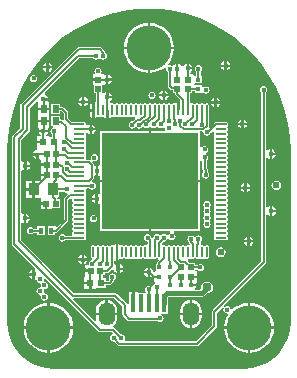
<source format=gbl>
%FSTAX25Y25*%
%MOIN*%
%SFA1B1*%

%IPPOS*%
%AMD63*
4,1,8,-0.019700,0.002000,-0.019700,-0.002000,-0.017700,-0.003900,0.017700,-0.003900,0.019700,-0.002000,0.019700,0.002000,0.017700,0.003900,-0.017700,0.003900,-0.019700,0.002000,0.0*
%
%ADD15C,0.005000*%
%ADD17R,0.020470X0.020470*%
%ADD19R,0.035430X0.039370*%
%ADD23R,0.017720X0.021650*%
%ADD29R,0.020470X0.020470*%
%ADD48C,0.024000*%
%ADD51C,0.008000*%
%ADD52C,0.006000*%
%ADD53C,0.015000*%
%ADD54C,0.007000*%
%ADD55C,0.004000*%
%ADD56O,0.055120X0.076770*%
%ADD57C,0.150000*%
%ADD58C,0.016000*%
%ADD59C,0.031000*%
%ADD60R,0.318900X0.318900*%
%ADD61O,0.007870X0.039370*%
%ADD62O,0.039370X0.007870*%
G04~CAMADD=63~4~0.0~0.0~78.7~393.7~0.0~19.7~0~0.0~0.0~0.0~0.0~0~0.0~0.0~0.0~0.0~0~0.0~0.0~0.0~90.0~394.0~78.0*
%ADD63D63*%
%ADD64R,0.017720X0.017720*%
%ADD65R,0.021650X0.025590*%
%ADD66R,0.015750X0.059060*%
%ADD67R,0.024410X0.024410*%
%LNdigit-1*%
%LPD*%
G36*
X0053572Y0117909D02*
X0057894Y0117306D01*
X0062142Y0116306*
X0066279Y011492*
X0070271Y0113157*
X0074083Y0111034*
X0077684Y0108568*
X0081041Y010578*
X0084126Y0102694*
X0086914Y0099337*
X008938Y0095737*
X0091504Y0091925*
X0093266Y0087932*
X0094653Y0083795*
X0095652Y0079547*
X0096255Y0075225*
X0096457Y0070866*
Y0013779*
X0096217Y0011045*
X0095507Y0008393*
X0094347Y0005905*
X0092772Y0003657*
X0090831Y0001716*
X0088583Y0000141*
X0086095Y-0001019*
X0083443Y-0001729*
X0080709Y-0001969*
X0017716*
X0014982Y-0001729*
X001233Y-0001019*
X0009842Y0000141*
X0007594Y0001716*
X0005653Y0003657*
X0004078Y0005905*
X0002918Y0008393*
X0002208Y0011045*
X0001968Y0013779*
Y0070866*
X000217Y0075225*
X0002773Y0079547*
X0003772Y0083795*
X0005159Y0087932*
X0006921Y0091925*
X0009045Y0095737*
X0011511Y0099337*
X0014299Y0102694*
X0017384Y010578*
X0020742Y0108568*
X0024342Y0111034*
X0028154Y0113157*
X0032146Y011492*
X0036284Y0116306*
X0040531Y0117306*
X0044853Y0117909*
X0049213Y011811*
X0053572Y0117909*
G37*
%LNdigit-2*%
%LPC*%
G36*
X0049613Y0113419D02*
Y0105518D01*
X0057513*
X0057392Y0106745*
X0056918Y010831*
X0056147Y0109751*
X005511Y0111015*
X0053846Y0112053*
X0052404Y0112823*
X005084Y0113298*
X0049613Y0113419*
G37*
G36*
X0048812D02*
X0047585Y0113298D01*
X0046021Y0112823*
X0044579Y0112053*
X0043315Y0111015*
X0042278Y0109751*
X0041507Y010831*
X0041033Y0106745*
X0040912Y0105518*
X0048812*
Y0113419*
G37*
G36*
X0032972Y0105343D02*
D01*
X0025787*
X0025475Y0105281*
X0025211Y0105104*
X0006608Y0086502*
X0006431Y0086237*
X0006369Y0085925*
Y0078487*
X0003852Y0075971*
X0003675Y0075706*
X0003613Y0075394*
Y0039643*
X0003675Y003933*
X0003852Y0039066*
X0011357Y0031562*
X0011218Y0031302*
Y0029528*
Y0027976*
X001129Y002799*
X0011315Y0027988*
X0011724Y0027764*
X0011824Y0027674*
X0011862Y0027485*
X0012127Y0027088*
X0012524Y0026822*
X0012843Y0026759*
X0013051Y0026599*
X0013202Y0026261*
X0013147Y0025984*
X0013202Y0025707*
X0013051Y002537*
X0012843Y002521*
X0012524Y0025146*
X0012127Y0024881*
X0011862Y0024484*
X0011769Y0024016*
X0011862Y0023548*
X0012127Y0023151*
X0012524Y0022885*
X0012843Y0022822*
X0013051Y0022661*
X0013202Y0022324*
X0013147Y0022047*
X001324Y0021579*
X0013505Y0021182*
X0013902Y0020917*
X001437Y0020824*
X0014838Y0020917*
X0015235Y0021182*
X00155Y0021579*
X0015594Y0022047*
X00155Y0022515*
X0015235Y0022912*
X0014838Y0023178*
X0014519Y0023241*
X0014312Y0023401*
X0014161Y0023739*
X0014216Y0024016*
X0014161Y0024293*
X0014312Y002463*
X0014519Y002479*
X0014838Y0024854*
X0015235Y0025119*
X00155Y0025516*
X0015594Y0025984*
X00155Y0026452*
X0015235Y0026849*
X0014838Y0027115*
X0014519Y0027178*
X0014312Y0027338*
X0014161Y0027676*
X0014216Y0027953*
X0014205Y0028006*
X0014666Y0028252*
X0032373Y0010545*
X0032638Y0010368*
X003295Y0010306*
X0036862*
X0037125Y0009986*
X0037001Y0009476*
X0036635Y0009231*
X003637Y0008834*
X0036277Y0008366*
X003637Y0007898*
X0036635Y0007501*
X0037032Y0007236*
X00375Y0007143*
X0037558Y0007154*
X0038793Y0005919*
X0039058Y0005742*
X003937Y000568*
X0065327*
X0065639Y0005742*
X0065904Y0005919*
X007164Y0011655*
X0071817Y001192*
X0071879Y0012232*
Y0016788*
X0073946Y0018855*
X0074334Y0018537*
X0074257Y0018421*
X0074165Y0018283*
X0074072Y0017815*
X0074165Y0017347*
X007443Y001695*
X0074827Y0016685*
X0075258Y0016599*
X0075306Y0016574*
X0075579Y0016138*
X0074972Y0015002*
X0074497Y0013438*
X0074376Y0012211*
X0082277*
Y0020112*
X008105Y0019991*
X0079485Y0019516*
X0078044Y0018745*
X0077005Y0017894*
X0076463Y0018095*
X0076426Y0018283*
X007616Y001868*
X0075763Y0018945*
X0075295Y0019038*
X0074827Y0018945*
X0074574Y0018776*
X0074255Y0019164*
X0088077Y0032986*
X0088254Y0033251*
X0088316Y0033563*
Y0049441*
X0088816Y0049593*
X0088846Y0049547*
X0089376Y0049193*
X00896Y0049148*
Y00507*
Y0052252*
X0089376Y0052207*
X0088846Y0051854*
X0088816Y0051807*
X0088316Y0051959*
Y0068291*
X0088536Y0068422*
X0088816Y00685*
X0089276Y0068193*
X00895Y0068148*
Y00697*
Y0071252*
X0089276Y0071207*
X0088816Y00709*
X0088536Y0070978*
X0088316Y0071109*
Y0090244*
X0088365Y0090277*
X008863Y0090674*
X0088723Y0091142*
X008863Y009161*
X0088365Y0092007*
X0087968Y0092272*
X00875Y0092365*
X0087032Y0092272*
X0086635Y0092007*
X008637Y009161*
X0086277Y0091142*
X008637Y0090674*
X0086635Y0090277*
X0086684Y0090244*
Y0033901*
X0070486Y0017703*
X0070309Y0017438*
X0070247Y0017126*
Y001257*
X0064989Y0007312*
X0041381*
X0041114Y0007812*
X0041189Y0007925*
X0041283Y0008393*
X0041189Y0008861*
X0040924Y0009258*
X0040527Y0009524*
X0040059Y0009617*
X0040001Y0009605*
X0037907Y0011699*
X0037642Y0011876*
X0037426Y0011919*
X0037306Y001218*
X0037281Y0012438*
X0037674Y001274*
X0038244Y0013482*
X0038602Y0014347*
X0038724Y0015276*
Y0015958*
X0035138*
X0031551*
Y0015276*
X0031673Y0014347*
X0031736Y0014196*
X0031312Y0013913*
X0024093Y0021132*
X00243Y0021632*
X0037745*
X0040424Y0018954*
Y001624*
X0040487Y0015928*
X0040663Y0015663*
X004214Y0014187*
X0042404Y001401*
X0042717Y0013948*
X0052161*
X0052485Y0013732*
X0052953Y0013639*
X0053421Y0013732*
X0053818Y0013997*
X0054083Y0014394*
X0054176Y0014862*
X0054083Y001533*
X0053818Y0015727*
X0053421Y0015993*
X0053336Y001601*
X0053385Y001651*
X0055518*
Y0019786*
X0055541Y00199*
Y0021962*
X0055733Y0022154*
X0066929*
X0067378Y0022243*
X0067758Y0022498*
X0068491Y002323*
X00686Y0023209*
X0069361Y002336*
X0070006Y0023791*
X0070437Y0024436*
X0070588Y0025197*
X0070437Y0025958*
X0070006Y0026603*
X0069361Y0027034*
X00686Y0027185*
X0067839Y0027034*
X0067194Y0026603*
X0066763Y0025958*
X0066612Y0025197*
X006667Y0024906*
X0066315Y0024499*
X0064753*
X0064543Y0024999*
X0064795Y0025376*
X0064839Y00256*
X0063287*
Y00264*
X0064839*
X0064836Y0026417*
X0065111Y0026917*
Y002834*
X0063287*
Y002914*
X0065111*
Y0030564*
X0064711*
Y0031176*
X0065423*
X0065525Y0031025*
X0065922Y0030759*
X006639Y0030666*
X0066858Y0030759*
X0067255Y0031025*
X006752Y0031422*
X0067613Y003189*
X006752Y0032358*
X0067255Y0032755*
X0066858Y003302*
X006639Y0033113*
X0065922Y003302*
X0065525Y0032755*
X0065423Y0032603*
X0064711*
Y0033313*
X0062873*
X006204Y0034147*
X0062142Y0034443*
X0062259Y0034635*
X0062514Y0034685*
X0062777Y0034861*
X0063207*
X006347Y0034685*
X0063779Y0034624*
X0064089Y0034685*
X0064352Y0034861*
X0064782*
X0065045Y0034685*
X0065354Y0034624*
X0065664Y0034685*
X0065927Y0034861*
X0066357*
X0066619Y0034685*
X0066929Y0034624*
X0067239Y0034685*
X0067501Y0034861*
X0067932*
X0068194Y0034685*
X0068504Y0034624*
X0068814Y0034685*
X0069076Y0034861*
X0069252Y0035123*
X0069313Y0035433*
Y0038583*
X0069252Y0038892*
X0069076Y0039155*
X0068814Y003933*
X0068504Y0039392*
X0068194Y003933*
X0067932Y0039155*
X0067501*
X0067239Y003933*
X0066929Y0039392*
X0066892Y0039385*
X0066471Y0039756*
X0066462Y0039781*
Y0040372*
X0066613Y0040473*
X0066878Y004087*
X0066971Y0041339*
X0066878Y0041807*
X0066613Y0042204*
X0066216Y0042469*
X0065748Y0042562*
X006528Y0042469*
X0064883Y0042204*
X0064818Y0042107*
X0064217*
X0064152Y0042204*
X0063756Y0042469*
X0063287Y0042562*
X0062819Y0042469*
X0062422Y0042204*
X0062157Y0041807*
X0062064Y0041339*
X0062157Y004087*
X0062422Y0040473*
X0062634Y0040332*
Y0040195*
X0062689Y0039922*
X0062778Y0039789*
X0062518Y0039352*
X0062492Y0039335*
X0062205Y0039392*
X0061895Y003933*
X0061633Y0039155*
X0061202*
X006094Y003933*
X006063Y0039392*
X006032Y003933*
X0060058Y0039155*
X0059627*
X0059365Y003933*
X0059055Y0039392*
X0058745Y003933*
X0058483Y0039155*
X0058052*
X005779Y003933*
X005748Y0039392*
X0057171Y003933*
X0056908Y0039155*
X0056478*
X0056215Y003933*
X0055905Y0039392*
X0055596Y003933*
X0055333Y0039155*
X0054903*
X005464Y003933*
X0054331Y0039392*
X0054083Y0039342*
X0053622Y0039619*
X005358Y0040008*
X0054116Y0040544*
X0054295Y0040509*
X0054763Y0040602*
X005516Y0040867*
X0055425Y0041264*
X0055454Y0041411*
X0055985Y0041517*
X0056025Y0041458*
X0056422Y0041192*
X005689Y0041099*
X0057358Y0041192*
X0057755Y0041458*
X005802Y0041855*
X0058113Y0042323*
X005802Y0042791*
X0057755Y0043188*
X005746Y0043385*
X0057555Y0043885*
X0066351*
Y006023*
X0050006*
Y0043885*
X0056225*
X0056319Y0043385*
X0056025Y0043188*
X0055759Y0042791*
X005573Y0042644*
X0055199Y0042538*
X005516Y0042597*
X0054763Y0042863*
X0054295Y0042956*
X0053827Y0042863*
X005343Y0042597*
X0052834*
X0052437Y0042863*
X0051968Y0042956*
X00515Y0042863*
X0051103Y0042597*
X0050838Y00422*
X0050758Y0041797*
X0050394Y0041611*
X005003Y0041797*
X0049949Y00422*
X0049684Y0042597*
X0049287Y0042863*
X0048819Y0042956*
X0048351Y0042863*
X0047954Y0042597*
X0047688Y00422*
X0047595Y0041732*
X0047688Y0041264*
X0047954Y0040867*
X0048351Y0040602*
X0048819Y0040509*
X0048893Y0040448*
Y0039554*
X0048393Y0039296*
X0048341Y003933*
X0048031Y0039392*
X0047722Y003933*
X0047459Y0039155*
X0047029*
X0046766Y003933*
X0046457Y0039392*
X0046147Y003933*
X0045884Y0039155*
X0045454*
X0045192Y003933*
X0044882Y0039392*
X0044572Y003933*
X004431Y0039155*
X0043879*
X0043617Y003933*
X0043307Y0039392*
X0042997Y003933*
X0042735Y0039155*
X0042305*
X0042042Y003933*
X0041732Y0039392*
X0041423Y003933*
X004116Y0039155*
X004073*
X0040467Y003933*
X0040157Y0039392*
X0039848Y003933*
X003962Y0039178*
X0039443Y0039443*
X0039048Y0039707*
X0038983Y003972*
Y0037008*
Y0034295*
X0039048Y0034309*
X0039443Y0034572*
X003962Y0034837*
X0039848Y0034685*
X0040157Y0034624*
X0040467Y0034685*
X004073Y0034861*
X004116*
X0041423Y0034685*
X0041732Y0034624*
X0042042Y0034685*
X0042305Y0034861*
X0042735*
X0042997Y0034685*
X0043307Y0034624*
X0043617Y0034685*
X0043879Y0034861*
X004431*
X0044572Y0034685*
X0044882Y0034624*
X0045192Y0034685*
X0045454Y0034861*
X0045884*
X0046147Y0034685*
X0046457Y0034624*
X0046766Y0034685*
X0047029Y0034861*
X0047459*
X0047722Y0034685*
X0048031Y0034624*
X0048341Y0034685*
X0048604Y0034861*
X0049034*
X0049297Y0034685*
X0049606Y0034624*
X0049916Y0034685*
X0050178Y0034861*
X0050609*
X0050871Y0034685*
X0051181Y0034624*
X0051491Y0034685*
X0051753Y0034861*
X0052184*
X0052335Y003476*
X0052453Y0034334*
X0052456Y0034174*
X0052251Y0033969*
X0052096Y0033738*
X0052042Y0033465*
Y0033176*
X005147*
Y0030683*
X005107Y0030426*
X0050746Y0030792*
X005072Y0030924*
X0050366Y0031453*
X0049837Y0031807*
X0049613Y0031852*
Y00303*
Y0028748*
X0049837Y0028793*
X0050366Y0029147*
X005057Y0029452*
X005107Y00293*
Y002914*
X0052756*
Y002834*
X005107*
Y0027054*
X0051403*
X0051452Y0026554*
X0051332Y002653*
X0050935Y0026265*
X005067Y0025868*
X005061Y0025569*
X0050099Y0025434*
X0050078Y0025465*
X0049681Y002573*
X0049213Y0025824*
X0048744Y002573*
X0048347Y0025465*
X0048082Y0025068*
X0047989Y00246*
X0048082Y0024132*
X0048347Y0023735*
X0048377Y0023715*
X0048226Y0023215*
X0048025*
X0047525*
X0045682*
Y0023615*
X0044495*
Y0019862*
X0043694*
Y0023615*
X0042507*
Y0019586*
X0042007Y0019536*
X0041994Y0019603*
X0041817Y0019868*
X003866Y0023025*
X0038396Y0023202*
X0038083Y0023264*
X002439*
X0006716Y0040938*
Y0046541*
X0007216Y0046808*
X0007276Y0046768*
X00075Y0046723*
Y0048275*
Y0049827*
X0007276Y0049782*
X0007216Y0049742*
X0006716Y005001*
Y0064147*
X0007216Y0064415*
X0007476Y0064241*
X00077Y0064196*
Y0065748*
Y00673*
X0007476Y0067255*
X0007216Y0067081*
X0006716Y0067349*
Y0074403*
X0009295Y0076982*
X0009472Y0077247*
X0009534Y0077559*
Y008498*
X0011743Y0087189*
X0012277Y0087083*
X0012291Y0086725*
Y0085046*
X0014173*
X0016056*
Y0086725*
X0015841*
X0015573Y0087225*
X0015607Y0087276*
X0015652Y00875*
X00141*
Y00883*
X0015652*
X0015607Y0088524*
X0015254Y0089053*
X0014724Y0089407*
X0014677Y0089416*
X0014513Y0089959*
X00261Y0101547*
X0030564*
X0030597Y0101497*
X0030994Y0101232*
X0031462Y0101139*
X003193Y0101232*
X0032327Y0101497*
X0032481Y0101727*
X00325Y0101734*
X0033018*
X0033037Y0101727*
X003319Y0101497*
X0033587Y0101232*
X0034055Y0101139*
X0034523Y0101232*
X003492Y0101497*
X0035186Y0101894*
X0035279Y0102362*
X0035186Y010283*
X003492Y0103227*
X0034798Y0103309*
Y0103518*
X0034736Y010383*
X0034559Y0104095*
X0033549Y0105104*
X0033285Y0105281*
X0032972Y0105343*
G37*
G36*
X00752Y0100652D02*
Y00995D01*
X0076352*
X0076307Y0099724*
X0075954Y0100253*
X0075424Y0100607*
X00752Y0100652*
G37*
G36*
X00744D02*
X0074176Y0100607D01*
X0073646Y0100253*
X0073293Y0099724*
X0073248Y00995*
X00744*
Y0100652*
G37*
G36*
X00159Y0100152D02*
Y0099D01*
X0017052*
X0017007Y0099224*
X0016654Y0099753*
X0016124Y0100107*
X00159Y0100152*
G37*
G36*
X00151D02*
X0014876Y0100107D01*
X0014346Y0099753*
X0013993Y0099224*
X0013948Y0099*
X00151*
Y0100152*
G37*
G36*
X0062605Y0099852D02*
Y00987D01*
X0063757*
X0063712Y0098924*
X0063358Y0099454*
X0062829Y0099807*
X0062605Y0099852*
G37*
G36*
X0076352Y00987D02*
X00752D01*
Y0097548*
X0075424Y0097593*
X0075954Y0097947*
X0076307Y0098476*
X0076352Y00987*
G37*
G36*
X00744D02*
X0073248D01*
X0073293Y0098476*
X0073646Y0097947*
X0074176Y0097593*
X00744Y0097548*
Y00987*
G37*
G36*
X0017052Y00982D02*
X00159D01*
Y0097048*
X0016124Y0097093*
X0016654Y0097447*
X0017007Y0097976*
X0017052Y00982*
G37*
G36*
X00151D02*
X0013948D01*
X0013993Y0097976*
X0014346Y0097447*
X0014876Y0097093*
X00151Y0097048*
Y00982*
G37*
G36*
X0048812Y0104718D02*
X0040912D01*
X0041033Y0103491*
X0041507Y0101926*
X0042278Y0100484*
X0043315Y0099221*
X0044579Y0098183*
X0046021Y0097413*
X0047585Y0096938*
X0048812Y0096817*
Y0104718*
G37*
G36*
X00357Y009604D02*
Y0094888D01*
X0036852*
X0036807Y0095113*
X0036454Y0095642*
X0035924Y0095995*
X00357Y009604*
G37*
G36*
X00108Y0096123D02*
X0010332Y009603D01*
X0009935Y0095765*
X000967Y0095368*
X0009577Y00949*
X000967Y0094432*
X0009935Y0094035*
X0010332Y009377*
X00108Y0093677*
X0011268Y009377*
X0011665Y0094035*
X001193Y0094432*
X0012024Y00949*
X001193Y0095368*
X0011665Y0095765*
X0011268Y009603*
X00108Y0096123*
G37*
G36*
X0036852Y0094088D02*
X00357D01*
Y0092936*
X0035924Y0092981*
X0036454Y0093335*
X0036807Y0093864*
X0036852Y0094088*
G37*
G36*
X0057513Y0104718D02*
X0049613D01*
Y0096817*
X005084Y0096938*
X0052404Y0097413*
X0053846Y0098183*
X0054559Y0098769*
X0055033Y0098575*
X0055063Y0098535*
X0054976Y00981*
X005507Y0097632*
X0055335Y0097235*
X0055486Y0097134*
Y00925*
X0055541Y0092227*
X0055695Y0091995*
X0056585Y0091106*
X0056816Y0090951*
X0057089Y0090897*
X0057238*
Y0089915*
X0057948*
Y0089764*
X0058002Y0089491*
X0058157Y0089259*
X0059709Y0087707*
X005974Y0087432*
X0059662Y0087105*
X0059455Y0086993*
Y0084252*
X0058655*
Y0086964*
X0058589Y0086951*
X0058195Y0086687*
X0058017Y0086422*
X005779Y0086574*
X005748Y0086636*
X0057171Y0086574*
X0056908Y0086399*
X0056478*
X0056215Y0086574*
X0055905Y0086636*
X0055596Y0086574*
X0055333Y0086399*
X0054903*
X005464Y0086574*
X0054331Y0086636*
X0054021Y0086574*
X0053759Y0086399*
X0053328*
X0053066Y0086574*
X0052756Y0086636*
X0052446Y0086574*
X0052184Y0086399*
X0051753*
X0051491Y0086574*
X0051181Y0086636*
X0050871Y0086574*
X0050609Y0086399*
X0050178*
X0049916Y0086574*
X0049606Y0086636*
X0049297Y0086574*
X0049034Y0086399*
X0048604*
X0048341Y0086574*
X0048031Y0086636*
X0047722Y0086574*
X0047459Y0086399*
X0047029*
X0046766Y0086574*
X0046457Y0086636*
X0046147Y0086574*
X0045884Y0086399*
X0045454*
X0045192Y0086574*
X0044882Y0086636*
X0044572Y0086574*
X004431Y0086399*
X0043879*
X0043617Y0086574*
X0043307Y0086636*
X0042997Y0086574*
X0042735Y0086399*
X0042305*
X0042042Y0086574*
X0041732Y0086636*
X0041423Y0086574*
X004116Y0086399*
X004073*
X0040467Y0086574*
X0040157Y0086636*
X0039848Y0086574*
X0039585Y0086399*
X0039155*
X0038892Y0086574*
X0038583Y0086636*
X0038273Y0086574*
X003801Y0086399*
X003758*
X0037317Y0086574*
X0037008Y0086636*
X0036698Y0086574*
X0036632Y008653*
X0036401Y0086652*
X0036198Y0086841*
X0036231Y0087331*
X0036553Y0087546*
X0036907Y0088076*
X0036952Y00883*
X00354*
Y00887*
X0035*
Y0090252*
X0034776Y0090207*
X0034307Y0089894*
X0034212Y0089857*
X0033807Y0089902*
X0033707Y009016*
Y0090405*
Y0090406*
Y0092665*
X0034107*
Y009276*
X0034607Y0093027*
X0034676Y0092981*
X00349Y0092936*
Y0094488*
Y009604*
X0034676Y0095995*
X0034607Y009595*
X0034107Y0096217*
Y0096312*
X0033668*
X00334Y0096812*
X0033414Y0096832*
X0033507Y00973*
X0033414Y0097768*
X0033149Y0098165*
X0032752Y009843*
X0032283Y0098523*
X0031815Y009843*
X0031418Y0098165*
X0031153Y0097768*
X003106Y00973*
X0031153Y0096832*
X0031166Y0096812*
X0030899Y0096312*
X003046*
Y0094888*
X0032283*
Y0094088*
X003046*
Y0092665*
X003086*
Y0089915*
X003157*
Y0087288*
X0031423Y0087163*
X0031109Y0086993*
Y0084252*
Y008154*
X0031174Y0081553*
X0031569Y0081817*
X0031746Y0082082*
X0031974Y0081929*
X0032283Y0081868*
X0032593Y0081929*
X0032856Y0082105*
X0033286*
X0033549Y0081929*
X0033858Y0081868*
X0034168Y0081929*
X0034395Y0082082*
X0034572Y0081817*
X0034967Y0081553*
X0035033Y008154*
Y0084252*
X0035833*
Y008154*
X0035899Y0081553*
X0036294Y0081817*
X0036471Y0082082*
X0036698Y0081929*
X0037008Y0081868*
X0037317Y0081929*
X003758Y0082105*
X003801*
X0038273Y0081929*
X0038583Y0081868*
X0038892Y0081929*
X0039155Y0082105*
X0039585*
X0039848Y0081929*
X0040157Y0081868*
X0040467Y0081929*
X004073Y0082105*
X004116*
X0041423Y0081929*
X0041732Y0081868*
X0042042Y0081929*
X0042305Y0082105*
X0042735*
X0042997Y0081929*
X0043307Y0081868*
X0043617Y0081929*
X0043879Y0082105*
X004431*
X0044572Y0081929*
X0044577*
X0044688Y0081464*
Y0081397*
X0043879Y0080588*
X00437Y0080624*
X0043232Y008053*
X0042835Y0080265*
X004257Y0079868*
X0042476Y00794*
X004257Y0078932*
X0042835Y0078535*
X0043232Y007827*
X00437Y0078176*
X0044168Y007827*
X0044565Y0078535*
X0044599Y0078586*
X0045201*
X0045235Y0078535*
X0045632Y007827*
X00461Y0078176*
X0046568Y007827*
X0046965Y0078535*
X0047005Y0078594*
X004756Y0078662*
X0047957Y0078397*
X0048425Y0078304*
X0048893Y0078397*
X004929Y0078662*
X0049306Y0078685*
X0049907*
X0049922Y0078662*
X0050319Y0078397*
X0050787Y0078304*
X0051256Y0078397*
X0051652Y0078662*
X0051668Y0078685*
X0052269*
X0052284Y0078662*
X0052681Y0078397*
X005315Y0078304*
X0053618Y0078397*
X0053931Y0078606*
X0054119Y0078574*
X0054227Y0078533*
X0054442Y0078402*
X0054542Y0077899*
X0054598Y0077816*
X0054362Y0077375*
X0050006*
Y006103*
X0066351*
Y0067321*
X0066851Y0067561*
X0067035Y0067414*
Y00648*
X0067093Y0064507*
X0067259Y0064259*
X0067419Y00641*
X006739Y0063602*
X0067335Y0063565*
X006707Y0063168*
X0066976Y00627*
X006707Y0062232*
X0067335Y0061835*
X0067732Y006157*
X00682Y0061476*
X0068668Y006157*
X0069065Y0061835*
X006933Y0062232*
X0069424Y00627*
X006933Y0063168*
X0069065Y0063565*
X0068965Y0063632*
Y00644*
X0068906Y0064693*
X0068741Y0064941*
X0068565Y0065117*
Y0067668*
X0068665Y0067735*
X006893Y0068132*
X0069024Y00686*
X006893Y0069068*
X0068665Y0069465*
X006843Y0069622*
X006842Y006965*
Y007015*
X006843Y0070178*
X0068665Y0070335*
X006893Y0070732*
X0069024Y00712*
X006893Y0071668*
X0068665Y0072065*
X0068268Y007233*
X00678Y0072423*
X0067332Y007233*
X0066935Y0072065*
X0066851Y007194*
X0066351Y0072092*
Y0077237*
X0066914*
X0067377Y0077*
X006747Y0076532*
X0067735Y0076135*
X0068132Y007587*
X00686Y0075776*
X0069068Y007587*
X0069465Y0076135*
X006973Y0076532*
X0069767Y0076717*
X0069805Y0076742*
X007044Y0077377*
X0070932Y0077301*
X0071036Y0076882*
X0070906Y0076688*
X0070844Y0076378*
X0070906Y0076068*
X0071081Y0075806*
Y0075375*
X0070906Y0075113*
X0070844Y0074803*
X0070906Y0074493*
X0071081Y0074231*
Y0073801*
X0070906Y0073538*
X0070844Y0073228*
X0070906Y0072919*
X0071081Y0072656*
Y0072226*
X0070906Y0071963*
X0070844Y0071653*
X0070906Y0071344*
X0071081Y0071081*
Y0070651*
X0070906Y0070388*
X0070844Y0070079*
X0070906Y0069769*
X0071081Y0069507*
Y0069076*
X0070906Y0068814*
X0070844Y0068504*
X0070906Y0068194*
X0071081Y0067932*
Y0067501*
X0070906Y0067239*
X0070844Y0066929*
X0070906Y0066619*
X0071081Y0066357*
Y0065926*
X0070906Y0065664*
X0070844Y0065354*
X0070906Y0065045*
X0071081Y0064782*
Y0064352*
X0070906Y0064089*
X0070844Y0063779*
X0070906Y006347*
X0071081Y0063207*
Y0062777*
X0070906Y0062514*
X0070844Y0062205*
X0070906Y0061895*
X0071081Y0061633*
Y0061202*
X0070906Y006094*
X0070844Y006063*
X0070906Y006032*
X0071081Y0060058*
Y0059627*
X0070906Y0059365*
X0070844Y0059055*
X0070906Y0058745*
X0071081Y0058483*
Y0058052*
X0070906Y005779*
X0070844Y005748*
X0070906Y0057171*
X0071081Y0056908*
Y0056478*
X0070906Y0056215*
X0070844Y0055905*
X0070906Y0055596*
X0071081Y0055333*
Y0054903*
X0070906Y005464*
X0070844Y0054331*
X0070906Y0054021*
X0071081Y0053759*
Y0053328*
X0070906Y0053066*
X0070844Y0052756*
X0070906Y0052446*
X0071081Y0052184*
Y0051753*
X0070906Y0051491*
X0070844Y0051181*
X0070906Y0050871*
X0071081Y0050609*
Y0050178*
X0070906Y0049916*
X0070844Y0049606*
X0070906Y0049297*
X0071081Y0049034*
Y0048604*
X0070906Y0048341*
X0070844Y0048031*
X0070906Y0047722*
X0071081Y0047459*
Y0047029*
X0070906Y0046766*
X0070844Y0046457*
X0070906Y0046147*
X0071081Y0045884*
Y0045454*
X0070906Y0045192*
X0070844Y0044882*
X0070906Y0044572*
X0071081Y004431*
Y0043879*
X0070906Y0043617*
X0070844Y0043307*
X0070906Y0042997*
X0071081Y0042735*
Y0042305*
X0070906Y0042042*
X0070844Y0041732*
X0070906Y0041423*
X0071081Y004116*
X0071344Y0040985*
X0071653Y0040923*
X0074803*
X0075113Y0040985*
X0075375Y004116*
X0075551Y0041423*
X0075612Y0041732*
X0075551Y0042042*
X0075375Y0042305*
Y0042735*
X0075551Y0042997*
X0075612Y0043307*
X0075551Y0043617*
X0075375Y0043879*
Y004431*
X0075551Y0044572*
X0075612Y0044882*
X0075551Y0045192*
X0075375Y0045454*
Y0045884*
X0075551Y0046147*
X0075612Y0046457*
X0075551Y0046766*
X0075375Y0047029*
Y0047459*
X0075551Y0047722*
X0075612Y0048031*
X0075551Y0048341*
X0075375Y0048604*
Y0049034*
X0075551Y0049297*
X0075612Y0049606*
X0075551Y0049916*
X0075375Y0050178*
Y0050609*
X0075551Y0050871*
X0075612Y0051181*
X0075551Y0051491*
X0075375Y0051753*
Y0052184*
X0075551Y0052446*
X0075612Y0052756*
X0075551Y0053066*
X0075375Y0053328*
Y0053759*
X0075551Y0054021*
X0075612Y0054331*
X0075551Y005464*
X0075375Y0054903*
Y0055333*
X0075551Y0055596*
X0075612Y0055905*
X0075551Y0056215*
X0075375Y0056478*
Y0056908*
X0075551Y0057171*
X0075612Y005748*
X0075551Y005779*
X0075375Y0058052*
Y0058483*
X0075551Y0058745*
X0075612Y0059055*
X0075551Y0059365*
X0075375Y0059627*
Y0060058*
X0075551Y006032*
X0075612Y006063*
X0075551Y006094*
X0075375Y0061202*
Y0061633*
X0075551Y0061895*
X0075612Y0062205*
X0075551Y0062514*
X0075375Y0062777*
Y0063207*
X0075551Y006347*
X0075612Y0063779*
X0075551Y0064089*
X0075375Y0064352*
Y0064782*
X0075551Y0065045*
X0075612Y0065354*
X0075551Y0065664*
X0075375Y0065926*
Y0066357*
X0075551Y0066619*
X0075612Y0066929*
X0075551Y0067239*
X0075375Y0067501*
Y0067932*
X0075551Y0068194*
X0075612Y0068504*
X0075551Y0068814*
X0075375Y0069076*
Y0069507*
X0075551Y0069769*
X0075612Y0070079*
X0075551Y0070388*
X0075375Y0070651*
Y0071081*
X0075551Y0071344*
X0075612Y0071653*
X0075551Y0071963*
X0075375Y0072226*
Y0072656*
X0075551Y0072919*
X0075612Y0073228*
X0075551Y0073538*
X0075375Y0073801*
Y0074231*
X0075551Y0074493*
X0075612Y0074803*
X0075551Y0075113*
X0075375Y0075375*
Y0075806*
X0075551Y0076068*
X0075612Y0076378*
X0075551Y0076688*
X0075375Y007695*
Y0077381*
X0075551Y0077643*
X0075612Y0077953*
X0075551Y0078262*
X0075375Y0078525*
X0075506Y0079039*
X0075597Y0079131*
Y0079924*
X00752Y0080321*
X0071257*
X007086Y0079924*
Y0079671*
X0069577Y0078389*
X0069444Y007839*
X0069135Y0078776*
X0069117Y0078803*
X0069167Y0079053*
Y008224*
X0069252Y0082367*
X0069313Y0082677*
Y0085827*
X0069252Y0086137*
X0069076Y0086399*
X0068814Y0086574*
X0068504Y0086636*
X0068194Y0086574*
X0067932Y0086399*
X0067501*
X0067239Y0086574*
X0066929Y0086636*
X0066619Y0086574*
X0066357Y0086399*
X0065926*
X0065664Y0086574*
X0065354Y0086636*
X0065045Y0086574*
X0064782Y0086399*
X0064352*
X0064089Y0086574*
X0063779Y0086636*
X006347Y0086574*
X0063418Y008654*
X0062918Y0086798*
Y0089915*
X0063628*
Y0090625*
X0064462*
Y0090053*
X0066888*
X0067034*
X0067534Y0090069*
X0067832Y008987*
X00683Y0089776*
X0068768Y008987*
X0069165Y0090135*
X006943Y0090532*
X0069524Y0091*
X006943Y0091468*
X0069165Y0091865*
X0068768Y009213*
X00683Y0092224*
X0067832Y009213*
X0067534Y0091931*
X0067179Y0092048*
X0067034Y0092153*
Y0092624*
X006492*
X0064589*
X0064533Y0092625*
X0064444Y0092631*
X0064401Y0092647*
Y009318*
X0064462Y0093202*
X0064528*
X0067034*
Y0095774*
X0066564*
Y009725*
X0066613Y0097283*
X0066878Y009768*
X0066972Y0098148*
X0066878Y0098616*
X0066613Y0099013*
X0066216Y0099278*
X0065748Y0099372*
X006528Y0099278*
X0064883Y0099013*
X0064618Y0098616*
X0064525Y0098148*
X0064618Y009768*
X0064883Y0097283*
X0064932Y009725*
Y0096006*
X0064462Y0095774*
X0064028Y009598*
Y0096312*
X0063091*
X0062852Y0096775*
X0062857Y0096812*
X0063358Y0097146*
X0063712Y0097676*
X0063757Y00979*
X0062205*
Y00983*
X0061805*
Y0099852*
X006158Y0099807*
X0061051Y0099454*
X0060698Y0098924*
X0060674Y0098804*
X0060214Y0098782*
X0060161Y0098791*
X0059815Y0099309*
X0059286Y0099662*
X0059061Y0099707*
Y0098155*
X0058261*
Y0099707*
X0058037Y0099662*
X0057508Y0099309*
X005745Y0099221*
X0056797Y0099144*
X0056668Y009923*
X00562Y0099323*
X0055771Y0099238*
X0055733Y0099269*
X0055571Y0099782*
X0056147Y0100484*
X0056918Y0101926*
X0057392Y0103491*
X0057513Y0104718*
G37*
G36*
X0054632Y0090823D02*
Y0089672D01*
X0055784*
X0055739Y0089896*
X0055386Y0090425*
X0054857Y0090779*
X0054632Y0090823*
G37*
G36*
X0053832D02*
X0053608Y0090779D01*
X0053079Y0090425*
X0052725Y0089896*
X005268Y0089672*
X0053832*
Y0090823*
G37*
G36*
X00358Y0090252D02*
Y00891D01*
X0036952*
X0036907Y0089324*
X0036553Y0089854*
X0036024Y0090207*
X00358Y0090252*
G37*
G36*
X0050295Y0090495D02*
X0049827Y0090402D01*
X004943Y0090137*
X0049165Y008974*
X0049072Y0089272*
X0049165Y0088803*
X004943Y0088406*
X0049827Y0088141*
X0050295Y0088048*
X0050763Y0088141*
X005116Y0088406*
X0051426Y0088803*
X0051519Y0089272*
X0051426Y008974*
X005116Y0090137*
X0050763Y0090402*
X0050295Y0090495*
G37*
G36*
X0055784Y0088872D02*
X0054632D01*
Y008772*
X0054857Y0087765*
X0055386Y0088118*
X0055739Y0088647*
X0055784Y0088872*
G37*
G36*
X0053832D02*
X005268D01*
X0052725Y0088647*
X0053079Y0088118*
X0053608Y0087765*
X0053832Y008772*
Y0088872*
G37*
G36*
X00277Y0088652D02*
Y00875D01*
X0028852*
X0028807Y0087724*
X0028453Y0088253*
X0027924Y0088607*
X00277Y0088652*
G37*
G36*
X00269D02*
X0026676Y0088607D01*
X0026147Y0088253*
X0025793Y0087724*
X0025748Y00875*
X00269*
Y0088652*
G37*
G36*
X00719Y0088452D02*
Y00873D01*
X0073052*
X0073007Y0087524*
X0072654Y0088054*
X0072124Y0088407*
X00719Y0088452*
G37*
G36*
X00711D02*
X0070876Y0088407D01*
X0070346Y0088054*
X0069993Y0087524*
X0069948Y00873*
X00711*
Y0088452*
G37*
G36*
X0028852Y00867D02*
X00277D01*
Y0085548*
X0027924Y0085593*
X0028453Y0085947*
X0028807Y0086476*
X0028852Y00867*
G37*
G36*
X00269D02*
X0025748D01*
X0025793Y0086476*
X0026147Y0085947*
X0026676Y0085593*
X00269Y0085548*
Y00867*
G37*
G36*
X0073052Y00865D02*
X00719D01*
Y0085348*
X0072124Y0085393*
X0072654Y0085747*
X0073007Y0086276*
X0073052Y00865*
G37*
G36*
X00711D02*
X0069948D01*
X0069993Y0086276*
X0070346Y0085747*
X0070876Y0085393*
X00711Y0085348*
Y00865*
G37*
G36*
X0030309Y0086964D02*
X0030243Y0086951D01*
X0029848Y0086687*
X0029584Y0086292*
X0029492Y0085827*
Y0084652*
X0030309*
Y0086964*
G37*
G36*
Y0083852D02*
X0029492D01*
Y0082677*
X0029584Y0082211*
X0029848Y0081817*
X0030243Y0081553*
X0030309Y008154*
Y0083852*
G37*
G36*
X0016056Y0084246D02*
X0014173D01*
X0012291*
Y0082566*
Y0081109*
X0014173*
X0016056*
Y0082566*
Y0084246*
G37*
G36*
X0019593Y0086325D02*
X0016628D01*
Y0082966*
X0019593*
Y0083932*
X0020122*
X002094Y0083114*
Y0081373*
X0020814Y0081249*
X0020471Y0081097*
X0020352Y0081177*
X0020079Y0081231*
X0019593*
Y0082388*
X0016628*
Y0079029*
X0017233*
X0017267Y0079001*
X001716Y007847*
X0017103Y0078459*
X0016706Y0078193*
X0016441Y0077797*
X0016348Y0077328*
X0016441Y007686*
X0016706Y0076463*
X0016858Y0076362*
Y0075221*
X0016049*
Y0075621*
X0015217*
X0015065Y0076121*
X0015254Y0076247*
X0015607Y0076776*
X0015652Y0077*
X0012548*
X0012593Y0076776*
X0012946Y0076247*
X0013135Y0076121*
X0012983Y0075621*
X0012008*
Y0074*
X0014028*
Y00732*
X0012008*
Y0071579*
X0011953Y0071102*
X0011476Y0071007*
X0010947Y0070653*
X0010593Y0070124*
X0010548Y00699*
X00121*
Y00695*
X00125*
Y0067948*
X0012724Y0067993*
X0012834Y0068066*
X0013334Y0067799*
Y0066542*
X0015157*
Y0065742*
X0013334*
Y0064318*
Y0062998*
X0015157*
Y0062198*
X0013334*
Y0061142*
Y0060775*
X0012889Y0060642*
X0011227*
Y0057874*
Y0055106*
X0012692*
X0013137Y0054973*
Y0054606*
Y0053549*
X0014961*
Y0053149*
X0015361*
Y0051326*
X0016784*
Y0051726*
X0019534*
Y0054573*
X0018832*
X0018659Y005506*
X0018897Y0055506*
X0019298*
Y005716*
X0021113*
X0021172Y0057072*
X0021569Y0056807*
X0022004Y005672*
X0022089Y0056588*
X0022233Y0056243*
X0021149Y0055158*
X0020994Y0054927*
X002094Y0054654*
Y0047849*
X0018477Y0045387*
X0018018Y0045577*
X0015447*
Y0042612*
X0018018*
Y0043381*
X0018194*
X0018468Y0043435*
X0018699Y004359*
X0022158Y0047049*
X0022313Y004728*
X0022367Y0047554*
Y0054358*
X0022992Y0054983*
X0023266Y0054949*
X0023342Y005489*
X0023622Y005444*
X00236Y0054331*
X0023662Y0054021*
X0023837Y0053759*
Y0053328*
X0023662Y0053066*
X00236Y0052756*
X0023662Y0052446*
X0023837Y0052184*
Y0051753*
X0023662Y0051491*
X00236Y0051181*
X0023662Y0050871*
X0023837Y0050609*
Y0050178*
X0023662Y0049916*
X00236Y0049606*
X0023662Y0049297*
X0023837Y0049034*
Y0048604*
X0023662Y0048341*
X00236Y0048031*
X0023662Y0047722*
X0023837Y0047459*
Y0047029*
X0023662Y0046766*
X00236Y0046457*
X0023662Y0046147*
X0023837Y0045884*
Y0045454*
X0023662Y0045192*
X00236Y0044882*
X0023662Y0044572*
X0023837Y004431*
Y0043879*
X0023662Y0043617*
X00236Y0043307*
X0023662Y0042997*
X0023696Y0042946*
X0023438Y0042446*
X0021384*
X0021283Y0042597*
X0020886Y0042863*
X0020417Y0042956*
X0019949Y0042863*
X0019552Y0042597*
X0019287Y00422*
X0019194Y0041732*
X0019287Y0041264*
X0019552Y0040867*
X0019949Y0040602*
X0020417Y0040509*
X0020886Y0040602*
X0021283Y0040867*
X0021384Y0041019*
X0024049*
X00241Y0040985*
X0024409Y0040923*
X0027559*
X0027869Y0040985*
X0028131Y004116*
X0028307Y0041423*
X0028368Y0041732*
X0028307Y0042042*
X0028131Y0042305*
Y0042735*
X0028307Y0042997*
X0028368Y0043307*
X0028307Y0043617*
X0028131Y0043879*
Y004431*
X0028307Y0044572*
X0028368Y0044882*
X0028307Y0045192*
X0028131Y0045454*
Y0045884*
X0028307Y0046147*
X0028368Y0046457*
X0028307Y0046766*
X0028131Y0047029*
Y0047459*
X0028307Y0047722*
X0028368Y0048031*
X0028307Y0048341*
X0028131Y0048604*
Y0049034*
X0028307Y0049297*
X0028368Y0049606*
X0028307Y0049916*
X0028131Y0050178*
Y0050609*
X0028307Y0050871*
X0028368Y0051181*
X0028307Y0051491*
X0028131Y0051753*
Y0052184*
X0028307Y0052446*
X0028368Y0052756*
X0028307Y0053066*
X0028131Y0053328*
Y0053759*
X0028307Y0054021*
X0028368Y0054331*
X0028307Y005464*
X0028131Y0054903*
Y0055333*
X0028307Y0055596*
X0028368Y0055905*
X0028307Y0056215*
X0028131Y0056478*
Y0056908*
X0028307Y0057171*
X0028368Y005748*
X0028307Y005779*
X0028272Y0057841*
X002853Y0058341*
X0029349*
X002945Y005819*
X0029847Y0057925*
X0030315Y0057832*
X0030783Y0057925*
X003118Y005819*
X0031445Y0058587*
X0031539Y0059055*
X0031445Y0059523*
X003118Y005992*
X0030783Y0060185*
X0030465Y0060249*
X0030277Y0060664*
X0030268Y0060759*
X0030705Y0061195*
X0030859Y0061427*
X0030914Y00617*
Y0062371*
X0031298Y0062577*
X0031414Y0062585*
X00316Y0062548*
Y00641*
Y0065652*
X0031414Y0065615*
X0031298Y0065623*
X0030914Y0065829*
Y0066*
X0030859Y0066273*
X0030705Y0066505*
X0030256Y0066953*
X0030514Y0067342*
X0030551Y0067366*
X0031Y0067277*
X0031468Y006737*
X0031865Y0067635*
X003213Y0068032*
X0032223Y00685*
X003213Y0068968*
X0031865Y0069365*
X0031468Y006963*
X0031Y0069723*
X0030532Y006963*
X0030135Y0069365*
X002987Y0068968*
X0029776Y00685*
X002987Y0068032*
X0029941Y0067924*
X0029581Y0067564*
X0029544Y0067589*
X0029271Y0067643*
X002853*
X0028272Y0068143*
X0028307Y0068194*
X0028368Y0068504*
X0028307Y0068814*
X0028131Y0069076*
Y0069507*
X0028307Y0069769*
X0028368Y0070079*
X0028307Y0070388*
X0028131Y0070651*
Y0071081*
X0028307Y0071344*
X0028368Y0071653*
X0028307Y0071963*
X0028131Y0072226*
Y0072656*
X0028307Y0072919*
X0028368Y0073228*
X0028307Y0073538*
X0028131Y0073801*
Y0074231*
X0028307Y0074493*
X0028368Y0074803*
X0028307Y0075113*
X0028131Y0075375*
Y0075806*
X0028307Y0076068*
X0028368Y0076378*
X002833Y0076569*
X0028685Y0076806*
X0028764Y0076835*
X0029276Y0076493*
X00295Y0076448*
Y0078*
Y0079552*
X0029276Y0079507*
X0028813Y0079198*
X0028562Y007929*
X0028352Y0079445*
X0028368Y0079527*
X0028307Y0079837*
X0028131Y00801*
X0027869Y0080275*
X0027559Y0080337*
X0024409*
X00241Y0080275*
X0024049Y0080241*
X0023726*
X0022367Y00816*
Y008341*
X0022313Y0083683*
X0022158Y0083914*
X0020922Y008515*
X0020691Y0085305*
X0020417Y0085359*
X0019593*
Y0086325*
G37*
G36*
X00808Y0081257D02*
Y0080105D01*
X0081952*
X0081907Y0080329*
X0081554Y0080858*
X0081024Y0081212*
X00808Y0081257*
G37*
G36*
X008D02*
X0079776Y0081212D01*
X0079246Y0080858*
X0078893Y0080329*
X0078848Y0080105*
X008*
Y0081257*
G37*
G36*
X00303Y0079552D02*
Y00784D01*
X0031452*
X0031407Y0078624*
X0031054Y0079154*
X0030524Y0079507*
X00303Y0079552*
G37*
G36*
X0081952Y0079305D02*
X00808D01*
Y0078153*
X0081024Y0078198*
X0081554Y0078551*
X0081907Y007908*
X0081952Y0079305*
G37*
G36*
X008D02*
X0078848D01*
X0078893Y007908*
X0079246Y0078551*
X0079776Y0078198*
X008Y0078153*
Y0079305*
G37*
G36*
X0016056Y0080309D02*
X0014173D01*
X0012291*
Y0078629*
X0012396*
X0012663Y0078129*
X0012593Y0078024*
X0012548Y00778*
X0015652*
X0015607Y0078024*
X0015537Y0078129*
X0015804Y0078629*
X0016056*
Y0080309*
G37*
G36*
X0031452Y00776D02*
X00303D01*
Y0076448*
X0030524Y0076493*
X0031054Y0076846*
X0031407Y0077376*
X0031452Y00776*
G37*
G36*
X00903Y0071252D02*
Y00701D01*
X0091452*
X0091407Y0070324*
X0091053Y0070854*
X0090524Y0071207*
X00903Y0071252*
G37*
G36*
X0091452Y00693D02*
X00903D01*
Y0068148*
X0090524Y0068193*
X0091053Y0068546*
X0091407Y0069076*
X0091452Y00693*
G37*
G36*
X00117Y00691D02*
X0010548D01*
X0010593Y0068876*
X0010947Y0068347*
X0011476Y0067993*
X00117Y0067948*
Y00691*
G37*
G36*
X00085Y00673D02*
Y0066148D01*
X0009652*
X0009607Y0066372*
X0009253Y0066902*
X0008724Y0067255*
X00085Y00673*
G37*
G36*
X0009652Y0065348D02*
X00085D01*
Y0064196*
X0008724Y0064241*
X0009253Y0064595*
X0009607Y0065124*
X0009652Y0065348*
G37*
G36*
X0049206Y0077375D02*
X0032861D01*
Y0066004*
X00324Y0065686*
Y00641*
Y0062514*
X0032861Y0062196*
Y006103*
X0049206*
Y0077375*
G37*
G36*
X00818Y0059991D02*
Y0058839D01*
X0082952*
X0082907Y0059063*
X0082553Y0059593*
X0082024Y0059946*
X00818Y0059991*
G37*
G36*
X0081D02*
X0080776Y0059946D01*
X0080247Y0059593*
X0079893Y0059063*
X0079848Y0058839*
X0081*
Y0059991*
G37*
G36*
X0010427Y0060642D02*
X0008255D01*
Y0058274*
X0010427*
Y0060642*
G37*
G36*
X0091732Y0060831D02*
X0091108Y0060707D01*
X0090579Y0060353*
X0090225Y0059824*
X0090101Y00592*
X0090225Y0058576*
X0090579Y0058047*
X0091108Y0057693*
X0091732Y0057569*
X0092357Y0057693*
X0092886Y0058047*
X0093239Y0058576*
X0093364Y00592*
X0093239Y0059824*
X0092886Y0060353*
X0092357Y0060707*
X0091732Y0060831*
G37*
G36*
X0082952Y0058039D02*
X00818D01*
Y0056887*
X0082024Y0056932*
X0082553Y0057286*
X0082907Y0057815*
X0082952Y0058039*
G37*
G36*
X0081D02*
X0079848D01*
X0079893Y0057815*
X0080247Y0057286*
X0080776Y0056932*
X0081Y0056887*
Y0058039*
G37*
G36*
X0049206Y006023D02*
X0032861D01*
Y0056465*
X0032572Y005631*
X0032361Y0056244*
X00322Y0056276*
Y0054724*
Y0053173*
X0032361Y0053205*
X0032572Y0053138*
X0032861Y0052984*
Y0043885*
X0049206*
Y006023*
G37*
G36*
X00314Y0056276D02*
X0031176Y0056232D01*
X0030646Y0055878*
X0030293Y0055349*
X0030248Y0055124*
X00314*
Y0056276*
G37*
G36*
X0010427Y0057474D02*
X0008255D01*
Y0055106*
X0010427*
Y0057474*
G37*
G36*
X00314Y0054324D02*
X0030248D01*
X0030293Y00541*
X0030646Y0053571*
X0031176Y0053217*
X00314Y0053173*
Y0054324*
G37*
G36*
X0014561Y005275D02*
X0013137D01*
Y0051326*
X0014561*
Y005275*
G37*
G36*
X00904Y0052252D02*
Y00511D01*
X0091552*
X0091507Y0051324*
X0091154Y0051854*
X0090624Y0052207*
X00904Y0052252*
G37*
G36*
X0091552Y00503D02*
X00904D01*
Y0049148*
X0090624Y0049193*
X0091154Y0049547*
X0091507Y0050076*
X0091552Y00503*
G37*
G36*
X00083Y0049827D02*
Y0048675D01*
X0009452*
X0009407Y0048899*
X0009053Y0049429*
X0008524Y0049782*
X00083Y0049827*
G37*
G36*
X0030807Y0049452D02*
X0030339Y0049359D01*
X0029942Y0049093*
X0029677Y0048697*
X0029584Y0048228*
X0029677Y004776*
X0029942Y0047363*
X0030339Y0047098*
X0030807Y0047005*
X0031275Y0047098*
X0031672Y0047363*
X0031938Y004776*
X0032031Y0048228*
X0031938Y0048697*
X0031672Y0049093*
X0031275Y0049359*
X0030807Y0049452*
G37*
G36*
X0009452Y0047875D02*
X00083D01*
Y0046723*
X0008524Y0046768*
X0009053Y0047122*
X0009407Y0047651*
X0009452Y0047875*
G37*
G36*
X00686Y0054069D02*
X0068132Y0053976D01*
X0067735Y0053711*
X006747Y0053314*
X0067377Y0052846*
X006747Y0052377*
X0067735Y005198*
X0067746Y0051973*
Y0051473*
X0067735Y0051465*
X006747Y0051068*
X0067377Y00506*
X006747Y0050132*
X0067662Y0049843*
X0067706Y0049513*
X0067662Y0049182*
X006747Y0048893*
X0067377Y0048425*
X006747Y0047957*
X0067686Y0047634*
X0067735Y0047371*
Y0047254*
X0067686Y0046992*
X006747Y0046668*
X0067377Y00462*
X006747Y0045732*
X0067735Y0045335*
X0068132Y004507*
X00686Y0044976*
X0069068Y004507*
X0069465Y0045335*
X006973Y0045732*
X0069823Y00462*
X006973Y0046668*
X0069514Y0046992*
X0069465Y0047254*
Y0047371*
X0069514Y0047634*
X006973Y0047957*
X0069823Y0048425*
X006973Y0048893*
X0069538Y0049182*
X0069494Y0049513*
X0069538Y0049843*
X006973Y0050132*
X0069823Y00506*
X006973Y0051068*
X0069465Y0051465*
X0069454Y0051473*
Y0051973*
X0069465Y005198*
X006973Y0052377*
X0069823Y0052846*
X006973Y0053314*
X0069465Y0053711*
X0069068Y0053976*
X00686Y0054069*
G37*
G36*
X0014475Y0045577D02*
X0011903D01*
Y0044808*
X0010809*
X0010708Y004496*
X0010311Y0045225*
X0009843Y0045318*
X0009374Y0045225*
X0008977Y004496*
X0008712Y0044563*
X0008619Y0044094*
X0008712Y0043626*
X0008977Y0043229*
X0009374Y0042964*
X0009843Y0042871*
X0010311Y0042964*
X0010708Y0043229*
X0010809Y0043381*
X0011903*
Y0042612*
X0014475*
Y0045577*
G37*
G36*
X00829Y0042152D02*
Y0041D01*
X0084052*
X0084007Y0041224*
X0083653Y0041754*
X0083124Y0042107*
X00829Y0042152*
G37*
G36*
X00821D02*
X0081876Y0042107D01*
X0081346Y0041754*
X0080993Y0041224*
X0080948Y0041*
X00821*
Y0042152*
G37*
G36*
X0038183Y003972D02*
X0038117Y0039707D01*
X0037722Y0039443*
X0037545Y0039178*
X0037318Y003933*
X0037008Y0039392*
X0036698Y003933*
X0036436Y0039155*
X0036005*
X0035743Y003933*
X0035433Y0039392*
X0035123Y003933*
X0034861Y0039155*
X0034431*
X0034168Y003933*
X0033858Y0039392*
X0033549Y003933*
X0033286Y0039155*
X0032856*
X0032593Y003933*
X0032283Y0039392*
X0031974Y003933*
X0031711Y0039155*
X0031281*
X0031018Y003933*
X0030709Y0039392*
X0030399Y003933*
X0030136Y0039155*
X0029961Y0038892*
X0029899Y0038583*
Y0035433*
X0029961Y0035123*
X0030136Y0034861*
X0030229Y0034799*
X0030125Y0034269*
X0029932Y003423*
X0029535Y0033965*
X002927Y0033568*
X0029177Y00331*
X002919Y0033032*
X002878Y0032532*
X0028098*
Y0031109*
X0029921*
Y0030309*
X0028098*
Y0028885*
X0027704Y0028792*
Y0027172*
X0029724*
Y0026772*
X0030124*
Y0024751*
X0031745*
Y0025151*
X0034888*
Y0026058*
X003622*
X0036494Y0026112*
X0036725Y0026267*
X0037512Y0027054*
X0037667Y0027286*
X0037722Y0027559*
Y0027731*
X0037873Y0027832*
X0038138Y0028229*
X0038231Y0028698*
X0038138Y0029166*
X0037873Y0029563*
X0037476Y0029828*
X0037008Y0029921*
X003654Y0029828*
X0036143Y0029563*
X0035877Y0029166*
X0035784Y0028698*
X0035877Y0028229*
X0036085Y0027919*
X0035851Y0027519*
X0035819Y0027485*
X0034888*
Y0028392*
X0033785*
Y0029285*
X0034495*
Y0029995*
X0035433*
X0035706Y0030049*
X0035938Y0030204*
X0036991Y0031257*
X0037533Y0031092*
X0037593Y0030792*
X0037947Y0030263*
X0038476Y0029909*
X00387Y0029865*
Y0031416*
Y0032968*
X0038476Y0032924*
X0038222Y0032754*
X0037722Y0033021*
Y0033971*
X0037868Y0034097*
X0038183Y0034267*
Y0037008*
Y003972*
G37*
G36*
X0084052Y00402D02*
X00829D01*
Y0039048*
X0083124Y0039093*
X0083653Y0039446*
X0084007Y0039976*
X0084052Y00402*
G37*
G36*
X00821D02*
X0080948D01*
X0080993Y0039976*
X0081346Y0039446*
X0081876Y0039093*
X00821Y0039048*
Y00402*
G37*
G36*
X0073228Y0038631D02*
X0072604Y0038507D01*
X0072075Y0038153*
X0071721Y0037624*
X0071597Y0037*
X0071721Y0036376*
X0072075Y0035846*
X0072604Y0035493*
X0073228Y0035369*
X0073853Y0035493*
X0074382Y0035846*
X0074735Y0036376*
X007486Y0037*
X0074735Y0037624*
X0074382Y0038153*
X0073853Y0038507*
X0073228Y0038631*
G37*
G36*
X00276Y0036052D02*
Y00349D01*
X0028752*
X0028707Y0035124*
X0028354Y0035653*
X0027824Y0036007*
X00276Y0036052*
G37*
G36*
X00268D02*
X0026576Y0036007D01*
X0026046Y0035653*
X0025693Y0035124*
X0025648Y00349*
X00268*
Y0036052*
G37*
G36*
X0028752Y00341D02*
X00276D01*
Y0032948*
X0027824Y0032993*
X0028354Y0033347*
X0028707Y0033876*
X0028752Y00341*
G37*
G36*
X00268D02*
X0025648D01*
X0025693Y0033876*
X0026046Y0033347*
X0026576Y0032993*
X00268Y0032948*
Y00341*
G37*
G36*
X00395Y0032968D02*
Y0031817D01*
X0040652*
X0040607Y0032041*
X0040253Y003257*
X0039724Y0032924*
X00395Y0032968*
G37*
G36*
X0048813Y0031852D02*
X0048588Y0031807D01*
X0048059Y0031453*
X0047705Y0030924*
X0047661Y00307*
X0048813*
Y0031852*
G37*
G36*
X0010418Y0031079D02*
X0010194Y0031035D01*
X0009665Y0030681*
X0009311Y0030152*
X0009266Y0029928*
X0010418*
Y0031079*
G37*
G36*
X0040652Y0031016D02*
X00395D01*
Y0029865*
X0039724Y0029909*
X0040253Y0030263*
X0040607Y0030792*
X0040652Y0031016*
G37*
G36*
X0048813Y00299D02*
X0047661D01*
X0047705Y0029676*
X0048059Y0029147*
X0048588Y0028793*
X0048813Y0028748*
Y00299*
G37*
G36*
X0010418Y0029128D02*
X0009266D01*
X0009311Y0028903*
X0009665Y0028374*
X0010194Y002802*
X0010418Y0027976*
Y0029128*
G37*
G36*
X0029324Y0026372D02*
X0027704D01*
Y0024751*
X0029324*
Y0026372*
G37*
G36*
X0035538Y0020975D02*
Y0016758D01*
X0038724*
Y0017441*
X0038602Y0018369*
X0038244Y0019234*
X0037674Y0019977*
X0036931Y0020547*
X0036066Y0020905*
X0035538Y0020975*
G37*
G36*
X0063687D02*
Y0016758D01*
X0066874*
Y0017441*
X0066752Y0018369*
X0066394Y0019234*
X0065824Y0019977*
X0065081Y0020547*
X0064216Y0020905*
X0063687Y0020975*
G37*
G36*
X0034738D02*
X0034209Y0020905D01*
X0033345Y0020547*
X0032602Y0019977*
X0032032Y0019234*
X0031673Y0018369*
X0031551Y0017441*
Y0016758*
X0034738*
Y0020975*
G37*
G36*
X0062887D02*
X0062359Y0020905D01*
X0061494Y0020547*
X0060751Y0019977*
X0060181Y0019234*
X0059823Y0018369*
X0059701Y0017441*
Y0016758*
X0062887*
Y0020975*
G37*
G36*
X0083077Y0020112D02*
Y0012211D01*
X0090978*
X0090857Y0013438*
X0090382Y0015002*
X0089612Y0016444*
X0088574Y0017708*
X0087311Y0018745*
X0085869Y0019516*
X0084304Y0019991*
X0083077Y0020112*
G37*
G36*
X0016148D02*
Y0012211D01*
X0024049*
X0023928Y0013438*
X0023453Y0015002*
X0022682Y0016444*
X0021645Y0017708*
X0020381Y0018745*
X001894Y0019516*
X0017375Y0019991*
X0016148Y0020112*
G37*
G36*
X0015348D02*
X0014121Y0019991D01*
X0012556Y0019516*
X0011114Y0018745*
X0009851Y0017708*
X0008813Y0016444*
X0008043Y0015002*
X0007568Y0013438*
X0007447Y0012211*
X0015348*
Y0020112*
G37*
G36*
X0062887Y0015958D02*
X0059701D01*
Y0015276*
X0059823Y0014347*
X0060181Y0013482*
X0060751Y001274*
X0061494Y0012169*
X0062359Y0011811*
X0062887Y0011742*
Y0015958*
G37*
G36*
X0066874D02*
X0063687D01*
Y0011742*
X0064216Y0011811*
X0065081Y0012169*
X0065824Y001274*
X0066394Y0013482*
X0066752Y0014347*
X0066874Y0015276*
Y0015958*
G37*
G36*
X0090978Y0011411D02*
X0083077D01*
Y000351*
X0084304Y0003631*
X0085869Y0004106*
X0087311Y0004876*
X0088574Y0005914*
X0089612Y0007177*
X0090382Y0008619*
X0090857Y0010184*
X0090978Y0011411*
G37*
G36*
X0082277D02*
X0074376D01*
X0074497Y0010184*
X0074972Y0008619*
X0075743Y0007177*
X007678Y0005914*
X0078044Y0004876*
X0079485Y0004106*
X008105Y0003631*
X0082277Y000351*
Y0011411*
G37*
G36*
X0024049D02*
X0016148D01*
Y000351*
X0017375Y0003631*
X001894Y0004106*
X0020381Y0004876*
X0021645Y0005914*
X0022682Y0007177*
X0023453Y0008619*
X0023928Y0010184*
X0024049Y0011411*
G37*
G36*
X0015348D02*
X0007447D01*
X0007568Y0010184*
X0008043Y0008619*
X0008813Y0007177*
X0009851Y0005914*
X0011114Y0004876*
X0012556Y0004106*
X0014121Y0003631*
X0015348Y000351*
Y0011411*
G37*
%LNdigit-3*%
%LPD*%
G54D15*
X0049213Y0019862D02*
Y00246D01*
X0051772Y0025372D02*
X00518Y00254D01*
X0051126Y0084197D02*
X0051181Y0084252D01*
X0051126Y0082228D02*
Y0084197D01*
X0063779Y008189D02*
Y0084252D01*
X0055905Y008061D02*
Y0084252D01*
X0066768Y0079632D02*
X0066929Y0079792D01*
X00609Y00779D02*
X0067351D01*
X0055905Y008061D02*
D01*
X0067351Y00779D02*
X0068504Y0079053D01*
X005315Y0079528D02*
X0054331Y0080709D01*
X00636Y00796D02*
X0063852D01*
X0068504Y0079053D02*
Y0084252D01*
X0057874Y0079528D02*
Y0081102D01*
X005748Y0081496D02*
X0057874Y0081102D01*
X0066929Y0079792D02*
Y0084252D01*
X0065354Y0081102D02*
Y0084252D01*
X0059646Y0079154D02*
Y0080807D01*
X0054331Y0080709D02*
Y0084252D01*
X006881Y007721D02*
X0069336D01*
X0061417Y0079528D02*
X0063779Y008189D01*
X0069336Y007721D02*
X0071653Y0079528D01*
X0048425D02*
X0051126Y0082228D01*
X0071653Y0079528D02*
X0073228D01*
X0063852Y00796D02*
X0065354Y0081102D01*
X0059646Y0079154D02*
X00609Y00779D01*
X00686Y0077D02*
X006881Y007721D01*
X0066637Y00795D02*
X0066768Y0079632D01*
X005748Y0081496D02*
Y0084252D01*
X0066637Y00795D02*
X00669D01*
X0051772Y0019862D02*
Y0025372D01*
G54D17*
X0032283Y0094488D03*
Y0091339D03*
X0063287Y002874D03*
Y003189D03*
X0062205Y0094488D03*
Y0091339D03*
X0058661Y0094488D03*
Y0091339D03*
X0059842Y002874D03*
Y003189D03*
G54D19*
X0010827Y0057874D03*
X0017126D03*
G54D23*
X0016732Y0044094D03*
X0013189D03*
G54D29*
X0015157Y0062598D03*
X0018307D03*
X0014961Y005315D03*
X001811D03*
X0015157Y00696D03*
X0018307D03*
X0015157Y0066142D03*
X0018307D03*
X0029921Y0030709D03*
X0033071D03*
G54D48*
X0091732Y00592D03*
X0073228Y0037D03*
G54D51*
X0065327Y0006496D02*
X0071063Y0012232D01*
Y0017126*
X0007185Y007815D02*
Y0085925D01*
X0004429Y0075394D02*
X0007185Y007815D01*
X0004429Y0039643D02*
Y0075394D01*
X0007185Y0085925D02*
X0025787Y0104528D01*
X0032972*
X003295Y0011122D02*
X003733D01*
X0040059Y0008393*
X0004429Y0039643D02*
X003295Y0011122D01*
X0032972Y0104528D02*
X0033982Y0103518D01*
Y0102435D02*
Y0103518D01*
Y0102435D02*
X0034055Y0102362D01*
X00059Y00406D02*
Y0074741D01*
X0008718Y0077559*
Y0085318*
X0025762Y0102362*
X0042717Y0014764D02*
X0052854D01*
X0052953Y0014862*
X004124Y001624D02*
X0042717Y0014764D01*
X004124Y001624D02*
Y0019291D01*
X0038083Y0022448D02*
X004124Y0019291D01*
X0024052Y0022448D02*
X0038083D01*
X00375Y0008366D02*
X003937Y0006496D01*
X0065327*
X00059Y00406D02*
X0024052Y0022448D01*
X0071063Y0017126D02*
X00875Y0033563D01*
Y0091142*
X0054232Y0089272D02*
X0056624D01*
X0059055Y008684*
X00354Y00887D02*
X0035433Y0088667D01*
X0030709Y0084252D02*
Y0086491D01*
X00301Y00871D02*
X0030709Y0086491D01*
X0029853Y0077953D02*
X00299Y0078D01*
X0025984Y0077953D02*
X0029853D01*
X0022321Y0070079D02*
X0025984D01*
X0038583Y0031934D02*
Y0037008D01*
Y0031934D02*
X00391Y0031416D01*
X00209Y00737D02*
X0021053Y0073547D01*
X00209Y00715D02*
X0022321Y0070079D01*
X0021748Y0073547D02*
X0023635Y007166D01*
X0025978*
X0025984Y0071653*
X00273Y00871D02*
X00301D01*
X0059055Y0084252D02*
Y008684D01*
X0021053Y0073547D02*
X0021748D01*
X0035433Y0084252D02*
Y0088667D01*
X0032283Y0094488D02*
X00353D01*
X00272Y00321D02*
Y00345D01*
Y00321D02*
X0028184Y0031116D01*
X0029514*
X0029921Y0030709*
X0029724Y0030512D02*
X0029921Y0030709D01*
X0029724Y0026772D02*
Y0030512D01*
X0063287Y0026D02*
Y002874D01*
X00598Y0026D02*
Y0028698D01*
X0059842Y002874*
X0050772D02*
X0052756D01*
X0049213Y00303D02*
X0050772Y002874D01*
X0062205Y0094488D02*
Y00983D01*
X0058661Y0094488D02*
Y0098155D01*
X0065748Y0094488D02*
Y0098148D01*
X0010827Y0057874D02*
Y0058071D01*
X0012198Y0059443*
X0012395*
X0014534Y0061581*
Y0061975*
X0015157Y0062598*
Y0066142*
Y00696*
X00121Y00695D02*
X00122Y00696D01*
X0015157*
X0014028Y0077328D02*
X00141Y00774D01*
X0014028Y00736D02*
Y0077328D01*
X00141Y00774D02*
X0014173Y0077473D01*
Y0080709*
X00141Y00879D02*
X0014173Y0087827D01*
Y0084646D02*
Y0087827D01*
X0025762Y0102362D02*
X0031462D01*
X0058487Y0030564D02*
X0058517D01*
X0058019Y0030095D02*
X0058487Y0030564D01*
X0058019Y0030066D02*
Y0030095D01*
X0056693Y002874D02*
X0058019Y0030066D01*
X0056299Y002874D02*
X0056693D01*
X0056299Y0026001D02*
X00563Y0026D01*
X0056299Y0026001D02*
Y002874D01*
X0058517Y0030564D02*
X0059842Y003189D01*
G54D52*
X0052756Y0040193D02*
X0054295Y0041732D01*
X0052756Y0037008D02*
Y0040193D01*
X0054295Y0037044D02*
X0054331Y0037008D01*
X0048819Y0041732D02*
X0049606Y0040945D01*
X0051181D02*
X0051968Y0041732D01*
X0051181Y0037008D02*
Y0040945D01*
X0049606Y0037008D02*
Y0040945D01*
X0020417Y0041732D02*
X0025984D01*
X0009843Y0044094D02*
X0013189D01*
X00461Y00794D02*
X0046169D01*
X0047638Y0082028D02*
X0048031Y0082421D01*
X004626Y0080905D02*
X0047382Y0082028D01*
X0045206Y0080905D02*
X004626D01*
X0050787Y0079528D02*
X0052756Y0081496D01*
X00221Y00667D02*
X0022221D01*
X0029271Y0066929D02*
X00302Y0066D01*
X0047796Y0081028D02*
X0048582D01*
X0030315Y0059055D02*
D01*
X0046169Y00794D02*
X0047796Y0081028D01*
X0025984Y0059055D02*
X0030315D01*
X0032248Y0036972D02*
X0032283Y0037008D01*
X0032248Y0034948D02*
Y0036972D01*
X0033Y00331D02*
X0033858Y0033958D01*
X00302Y00617D02*
Y0066D01*
X0035433Y0033133D02*
Y0037008D01*
X002913Y006063D02*
X00302Y00617D01*
X00354Y00331D02*
X0035433Y0033133D01*
X0063779Y0037008D02*
Y0039764D01*
X0065748D02*
Y0041339D01*
X0065354Y003937D02*
X0065748Y0039764D01*
X0023567Y0065354D02*
X0025984D01*
X00221Y00647D02*
X002302Y0063779D01*
X0048031Y0082421D02*
Y0084252D01*
X0063348Y0040195D02*
X0063779Y0039764D01*
X0049604Y008425D02*
X0049606Y0084252D01*
X0049604Y008205D02*
Y008425D01*
X0063348Y0040195D02*
Y0041278D01*
X002302Y0063779D02*
X0025984D01*
X0065354Y0037008D02*
Y003937D01*
X0025984Y006063D02*
X002913D01*
X0033858Y0033958D02*
Y0037008D01*
X0052756Y0081496D02*
Y0084252D01*
X0022221Y00667D02*
X0023567Y0065354D01*
X0047382Y0082028D02*
X0047638D01*
X0048582Y0081028D02*
X0049604Y008205D01*
X00437Y00794D02*
X0045206Y0080905D01*
X0063287Y0041339D02*
X0063348Y0041278D01*
X00304Y00331D02*
X0032248Y0034948D01*
X0025984Y0066929D02*
X0029271D01*
X0058661Y0089764D02*
X006063Y0087795D01*
Y0084252D02*
Y0087795D01*
X00562Y00925D02*
X0057089Y0091611D01*
X00562Y00925D02*
Y00981D01*
X0057089Y0091611D02*
X0058389D01*
X0037008Y0027559D02*
Y0028698D01*
X003622Y0026772D02*
X0037008Y0027559D01*
X0033268Y0026772D02*
X003622D01*
X0033071Y0026969D02*
X0033268Y0026772D01*
X0033071Y0026969D02*
Y0030709D01*
X0018307Y0066142D02*
Y00696D01*
X0017572Y00736D02*
Y0077328D01*
X0058389Y0091611D02*
X0058661Y0091339D01*
X0020079Y0080517D02*
X00217Y0078896D01*
Y007515D02*
Y0078896D01*
Y007515D02*
X0023622Y0073228D01*
X0017572Y00736D02*
X0018307Y0072865D01*
Y00696D02*
Y0072865D01*
X0018407Y00695D02*
X002126D01*
X0018307Y00696D02*
X0018407Y00695D01*
X002126D02*
X0022256Y0068504D01*
X0025984*
X0021974Y0057874D02*
X0022037Y0057937D01*
X0017126Y0057874D02*
X0021974D01*
X0063287Y003189D02*
X006639D01*
X0017691Y0060391D02*
X0018307Y0061007D01*
Y0062598*
X0017691Y0058439D02*
Y0060391D01*
X0017126Y0057874D02*
X0017691Y0058439D01*
X00173Y00554D02*
Y00577D01*
X0017126Y0057874D02*
X00173Y00577D01*
Y00554D02*
X0017978Y0054722D01*
Y0053282D02*
Y0054722D01*
Y0053282D02*
X001811Y005315D01*
X0016732Y0044094D02*
X0018194D01*
X0021654Y0047554*
Y0054654*
X0022906Y0055905*
X0025984*
X0018606Y00623D02*
X0020079D01*
X0018307Y0062598D02*
X0018606Y00623D01*
X0020079D02*
X0021749Y006063D01*
X0025984*
X0021995Y0062205D02*
X0025984D01*
X00206Y00636D02*
X0021995Y0062205D01*
X00206Y00636D02*
Y006528D01*
X0019738Y0066142D02*
X00206Y006528D01*
X0018307Y0066142D02*
X0019738D01*
X0059055Y0034646D02*
Y0037008D01*
Y0034646D02*
X0059842Y0033858D01*
X0061319*
X0063287Y003189*
X005748Y0034252D02*
Y0037008D01*
Y0034252D02*
X0059842Y003189D01*
X0056299D02*
Y0033858D01*
Y003189D02*
D01*
X0055905Y0034252D02*
X0056299Y0033858D01*
X0055905Y0034252D02*
Y0037008D01*
X0052756Y003189D02*
Y0033465D01*
Y003189D02*
D01*
Y0033465D02*
X0054295Y0035004D01*
Y0036972*
X0054331Y0037008*
X0033071Y0030709D02*
X0035433D01*
X0037008Y0032283*
Y0037008*
X0021654Y0081305D02*
Y008341D01*
X0020417Y0084646D02*
X0021654Y008341D01*
X001811Y0084646D02*
X0020417D01*
X0021654Y0081305D02*
X0023431Y0079527D01*
X0025984*
X0018302Y0080517D02*
X0020079D01*
X001811Y0080709D02*
X0018302Y0080517D01*
X0023622Y0073228D02*
X0025984D01*
X0032283Y0084252D02*
Y0091339D01*
X0062205D02*
X0065748D01*
X0062205D02*
D01*
D01*
Y0084252D02*
Y0091339D01*
X0058661Y0089764D02*
Y0091339D01*
G54D53*
X00686Y0024998D02*
Y0025197D01*
X0066929Y0023327D02*
X00686Y0024998D01*
X0055247Y0023327D02*
X0066929D01*
X0054368Y0022448D02*
X0055247Y0023327D01*
X0054368Y00199D02*
Y0022448D01*
X0054331Y0019862D02*
X0054368Y00199D01*
G54D54*
X00678Y00648D02*
X00682Y00644D01*
Y00627D02*
Y00644D01*
X00678Y00648D02*
Y00686D01*
G54D55*
X0068504Y0084252D02*
D01*
G54D56*
X0063287Y0016358D03*
X0035138D03*
G54D57*
X0049213Y0105118D03*
X0015748Y0011811D03*
X0082677D03*
G54D58*
X0010818Y0029528D03*
X0012992Y0027953D03*
X0048819Y0041732D03*
X0051968D03*
X0054295D03*
X0020417D03*
X001437Y0022047D03*
X0012992Y0024016D03*
X001437Y0025984D03*
X0049213Y00246D03*
X0075295Y0017815D03*
X0034055Y0102362D03*
X00375Y0008366D03*
X0040059Y0008393D03*
X0052953Y0014862D03*
X0050295Y0089272D03*
X0009843Y0044094D03*
X00518Y00254D03*
X0054232Y0089272D03*
X005315Y0079528D03*
X00209Y00715D03*
X00299Y0078D03*
X00669Y00795D03*
X0050787Y0079528D03*
X00437Y00794D03*
X00354Y00331D03*
X0061417Y0079528D03*
X00221Y00667D03*
X0030315Y0059055D03*
X0033Y00331D03*
X0048425Y0079528D03*
X0063287Y0041339D03*
X00391Y0031416D03*
X0059646Y0080807D03*
X00686Y0077D03*
X00354Y00887D03*
X00636Y00796D03*
X00273Y00871D03*
X00221Y00647D03*
X00304Y00331D03*
X0057874Y0079528D03*
X0065748Y0041339D03*
X0055905Y008061D03*
X00209Y00737D03*
X00461Y00794D03*
X005605Y0078524D03*
X005689Y0042323D03*
X0037008Y0028698D03*
X0030807Y0048228D03*
X0017572Y0077328D03*
X00562Y00981D03*
X00683Y0091D03*
X00353Y0094488D03*
X0032283Y00973D03*
X00108Y00949D03*
X0062205Y00983D03*
X0058661Y0098155D03*
X0065748Y0098148D03*
X00081Y0065748D03*
X00079Y0048275D03*
X00155Y00986D03*
X00748Y00991D03*
X00715Y00869D03*
X00814Y0058439D03*
X00804Y0079705D03*
X00899Y00697D03*
X009Y00507D03*
X00825Y00406D03*
X0049213Y00303D03*
X0063287Y0026D03*
X00598D03*
X00272Y00345D03*
X00121Y00695D03*
X00141Y00774D03*
Y00879D03*
X0031462Y0102362D03*
X00875Y0091142D03*
X0032Y00641D03*
X00318Y0054724D03*
X0022037Y0057937D03*
X006639Y003189D03*
X00563Y0026D03*
X00682Y00627D03*
X00678Y00686D03*
X00686Y00462D03*
Y0048425D03*
Y00506D03*
Y0052846D03*
X00678Y00712D03*
X0031Y00685D03*
G54D59*
X00686Y0025197D03*
G54D60*
X0049606Y006063D03*
G54D61*
X0068504Y0084252D03*
X0066929D03*
X0065354D03*
X0063779D03*
X0062205D03*
X006063D03*
X0059055D03*
X005748D03*
X0055905D03*
X0054331D03*
X0052756D03*
X0051181D03*
X0049606D03*
X0048031D03*
X0046457D03*
X0044882D03*
X0043307D03*
X0041732D03*
X0040157D03*
X0038583D03*
X0037008D03*
X0035433D03*
X0033858D03*
X0032283D03*
X0030709D03*
Y0037008D03*
X0032283D03*
X0033858D03*
X0035433D03*
X0037008D03*
X0038583D03*
X0040157D03*
X0041732D03*
X0043307D03*
X0044882D03*
X0046457D03*
X0048031D03*
X0049606D03*
X0051181D03*
X0052756D03*
X0054331D03*
X0055905D03*
X005748D03*
X0059055D03*
X006063D03*
X0062205D03*
X0063779D03*
X0065354D03*
X0066929D03*
X0068504D03*
G54D62*
X0025984Y0079527D03*
Y0077953D03*
Y0076378D03*
Y0074803D03*
Y0073228D03*
Y0071653D03*
Y0070079D03*
Y0068504D03*
Y0066929D03*
Y0065354D03*
Y0063779D03*
Y0062205D03*
Y006063D03*
Y0059055D03*
Y005748D03*
Y0055905D03*
Y0054331D03*
Y0052756D03*
Y0051181D03*
Y0049606D03*
Y0048031D03*
Y0046457D03*
Y0044882D03*
Y0043307D03*
Y0041732D03*
X0073228D03*
Y0043307D03*
Y0044882D03*
Y0046457D03*
Y0048031D03*
Y0049606D03*
Y0051181D03*
Y0052756D03*
Y0054331D03*
Y0055905D03*
Y005748D03*
Y0059055D03*
Y006063D03*
Y0062205D03*
Y0063779D03*
Y0065354D03*
Y0066929D03*
Y0068504D03*
Y0070079D03*
Y0071653D03*
Y0073228D03*
Y0074803D03*
Y0076378D03*
Y0077953D03*
G54D63*
X0073228Y0079528D03*
G54D64*
X0052756Y002874D03*
Y003189D03*
X0056299D03*
Y002874D03*
X0065748Y0091339D03*
Y0094488D03*
G54D65*
X0014173Y0084646D03*
X001811D03*
X0014173Y0080709D03*
X001811D03*
G54D66*
X0054331Y0019862D03*
X0051772D03*
X0049213D03*
X0046654D03*
X0044094D03*
G54D67*
X0014028Y00736D03*
X0017572D03*
X0029724Y0026772D03*
X0033268D03*
M02*
</source>
